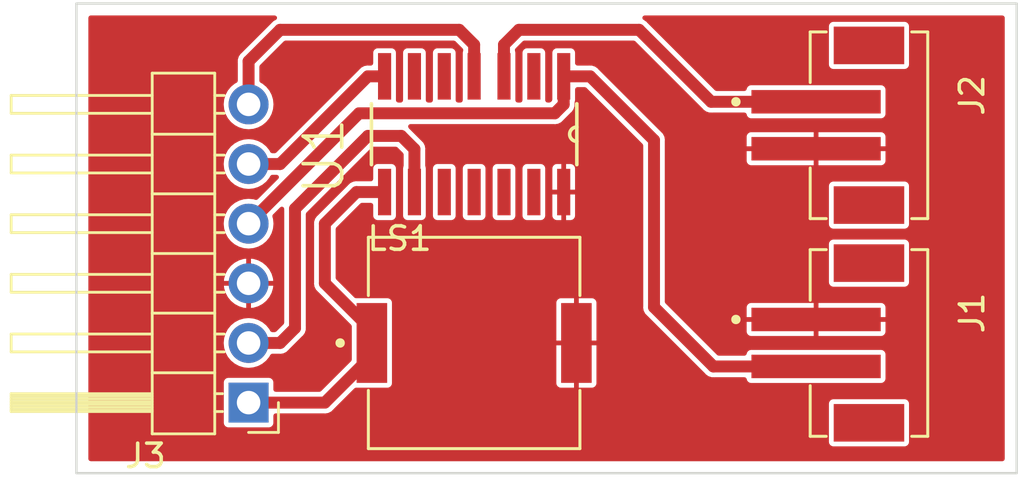
<source format=kicad_pcb>
(kicad_pcb (version 20221018) (generator pcbnew)
  (layers (0 "F.Cu" signal) (31 "B.Cu" signal) (44 "Edge.Cuts" user))
  (net 0 "")
  (net 1 "GND")
  (net 2 "/VCC")
  (net 3 "/M1")
  (net 4 "/MISO")
  (net 5 "/SCK")
  (net 6 "/MOSI")
  (net 7 "/RST")
  (net 9 "/LED1")
  (net 10 "/LED2")
  (net 14 "/AMB")
  (footprint "Connector_PinHeader_2.54mm:PinHeader_1x06_P2.54mm_Horizontal" (layer "F.Cu") (at 116.23 86.995 180)
    (fp_text reference "J3" (at 4.385 -2.27) (layer "F.SilkS"))
    (fp_text value "Conn_01x06_Pin")
    (fp_line (start -1.27 -1.27) (end 0 -1.27) (stroke (width 0.12)) (layer "F.SilkS"))
    (fp_line (start -1.27 0) (end -1.27 -1.27) (stroke (width 0.12)) (layer "F.SilkS"))
    (fp_line (start 1.042929 2.16) (end 1.44 2.16) (stroke (width 0.12)) (layer "F.SilkS"))
    (fp_line (start 1.042929 2.92) (end 1.44 2.92) (stroke (width 0.12)) (layer "F.SilkS"))
    (fp_line (start 1.042929 4.7) (end 1.44 4.7) (stroke (width 0.12)) (layer "F.SilkS"))
    (fp_line (start 1.042929 5.46) (end 1.44 5.46) (stroke (width 0.12)) (layer "F.SilkS"))
    (fp_line (start 1.042929 7.24) (end 1.44 7.24) (stroke (width 0.12)) (layer "F.SilkS"))
    (fp_line (start 1.042929 8) (end 1.44 8) (stroke (width 0.12)) (layer "F.SilkS"))
    (fp_line (start 1.042929 9.78) (end 1.44 9.78) (stroke (width 0.12)) (layer "F.SilkS"))
    (fp_line (start 1.042929 10.54) (end 1.44 10.54) (stroke (width 0.12)) (layer "F.SilkS"))
    (fp_line (start 1.042929 12.32) (end 1.44 12.32) (stroke (width 0.12)) (layer "F.SilkS"))
    (fp_line (start 1.042929 13.08) (end 1.44 13.08) (stroke (width 0.12)) (layer "F.SilkS"))
    (fp_line (start 1.11 -0.38) (end 1.44 -0.38) (stroke (width 0.12)) (layer "F.SilkS"))
    (fp_line (start 1.11 0.38) (end 1.44 0.38) (stroke (width 0.12)) (layer "F.SilkS"))
    (fp_line (start 1.44 -1.33) (end 1.44 14.03) (stroke (width 0.12)) (layer "F.SilkS"))
    (fp_line (start 1.44 1.27) (end 4.1 1.27) (stroke (width 0.12)) (layer "F.SilkS"))
    (fp_line (start 1.44 3.81) (end 4.1 3.81) (stroke (width 0.12)) (layer "F.SilkS"))
    (fp_line (start 1.44 6.35) (end 4.1 6.35) (stroke (width 0.12)) (layer "F.SilkS"))
    (fp_line (start 1.44 8.89) (end 4.1 8.89) (stroke (width 0.12)) (layer "F.SilkS"))
    (fp_line (start 1.44 11.43) (end 4.1 11.43) (stroke (width 0.12)) (layer "F.SilkS"))
    (fp_line (start 1.44 14.03) (end 4.1 14.03) (stroke (width 0.12)) (layer "F.SilkS"))
    (fp_line (start 4.1 -1.33) (end 1.44 -1.33) (stroke (width 0.12)) (layer "F.SilkS"))
    (fp_line (start 4.1 -0.38) (end 10.1 -0.38) (stroke (width 0.12)) (layer "F.SilkS"))
    (fp_line (start 4.1 -0.32) (end 10.1 -0.32) (stroke (width 0.12)) (layer "F.SilkS"))
    (fp_line (start 4.1 -0.2) (end 10.1 -0.2) (stroke (width 0.12)) (layer "F.SilkS"))
    (fp_line (start 4.1 -0.08) (end 10.1 -0.08) (stroke (width 0.12)) (layer "F.SilkS"))
    (fp_line (start 4.1 0.04) (end 10.1 0.04) (stroke (width 0.12)) (layer "F.SilkS"))
    (fp_line (start 4.1 0.16) (end 10.1 0.16) (stroke (width 0.12)) (layer "F.SilkS"))
    (fp_line (start 4.1 0.28) (end 10.1 0.28) (stroke (width 0.12)) (layer "F.SilkS"))
    (fp_line (start 4.1 2.16) (end 10.1 2.16) (stroke (width 0.12)) (layer "F.SilkS"))
    (fp_line (start 4.1 4.7) (end 10.1 4.7) (stroke (width 0.12)) (layer "F.SilkS"))
    (fp_line (start 4.1 7.24) (end 10.1 7.24) (stroke (width 0.12)) (layer "F.SilkS"))
    (fp_line (start 4.1 9.78) (end 10.1 9.78) (stroke (width 0.12)) (layer "F.SilkS"))
    (fp_line (start 4.1 12.32) (end 10.1 12.32) (stroke (width 0.12)) (layer "F.SilkS"))
    (fp_line (start 4.1 14.03) (end 4.1 -1.33) (stroke (width 0.12)) (layer "F.SilkS"))
    (fp_line (start 10.1 -0.38) (end 10.1 0.38) (stroke (width 0.12)) (layer "F.SilkS"))
    (fp_line (start 10.1 0.38) (end 4.1 0.38) (stroke (width 0.12)) (layer "F.SilkS"))
    (fp_line (start 10.1 2.16) (end 10.1 2.92) (stroke (width 0.12)) (layer "F.SilkS"))
    (fp_line (start 10.1 2.92) (end 4.1 2.92) (stroke (width 0.12)) (layer "F.SilkS"))
    (fp_line (start 10.1 4.7) (end 10.1 5.46) (stroke (width 0.12)) (layer "F.SilkS"))
    (fp_line (start 10.1 5.46) (end 4.1 5.46) (stroke (width 0.12)) (layer "F.SilkS"))
    (fp_line (start 10.1 7.24) (end 10.1 8) (stroke (width 0.12)) (layer "F.SilkS"))
    (fp_line (start 10.1 8) (end 4.1 8) (stroke (width 0.12)) (layer "F.SilkS"))
    (fp_line (start 10.1 9.78) (end 10.1 10.54) (stroke (width 0.12)) (layer "F.SilkS"))
    (fp_line (start 10.1 10.54) (end 4.1 10.54) (stroke (width 0.12)) (layer "F.SilkS"))
    (fp_line (start 10.1 12.32) (end 10.1 13.08) (stroke (width 0.12)) (layer "F.SilkS"))
    (fp_line (start 10.1 13.08) (end 4.1 13.08) (stroke (width 0.12)) (layer "F.SilkS"))
    (pad "1" thru_hole rect (at 0 0 180) (size 1.7 1.7) (drill 1) (layers "*.Cu" "*.Mask") (net 4 "/MISO"))
    (pad "2" thru_hole oval (at 0 2.54 180) (size 1.7 1.7) (drill 1) (layers "*.Cu" "*.Mask") (net 5 "/SCK"))
    (pad "3" thru_hole oval (at 0 5.08 180) (size 1.7 1.7) (drill 1) (layers "*.Cu" "*.Mask") (net 1 "GND"))
    (pad "4" thru_hole oval (at 0 7.62 180) (size 1.7 1.7) (drill 1) (layers "*.Cu" "*.Mask") (net 2 "/VCC"))
    (pad "5" thru_hole oval (at 0 10.16 180) (size 1.7 1.7) (drill 1) (layers "*.Cu" "*.Mask") (net 6 "/MOSI"))
    (pad "6" thru_hole oval (at 0 12.7 180) (size 1.7 1.7) (drill 1) (layers "*.Cu" "*.Mask") (net 7 "/RST"))
  )
  (footprint "Library:JST_B2B-PH-SM4-TB" (layer "F.Cu") (at 142.621 84.455 -90)
    (fp_text reference "J1" (at -1.275 -4.385 90) (layer "F.SilkS"))
    (fp_text value "B2B-PH-SM4-TB")
    (fp_line (start -3.975 -2.5) (end 3.975 -2.5) (stroke (width 0.127)) (layer "F.SilkS"))
    (fp_line (start -3.975 -1.82) (end -3.975 -2.5) (stroke (width 0.127)) (layer "F.SilkS"))
    (fp_line (start -3.975 2.5) (end -3.975 1.82) (stroke (width 0.127)) (layer "F.SilkS"))
    (fp_line (start -1.82 2.5) (end -3.975 2.5) (stroke (width 0.127)) (layer "F.SilkS"))
    (fp_line (start 3.975 -2.5) (end 3.975 -1.82) (stroke (width 0.127)) (layer "F.SilkS"))
    (fp_line (start 3.975 2.5) (end 1.82 2.5) (stroke (width 0.127)) (layer "F.SilkS"))
    (fp_line (start 3.975 2.5) (end 3.975 1.82) (stroke (width 0.127)) (layer "F.SilkS"))
    (fp_circle (center -1 5.66) (end -0.9 5.66) (stroke (width 0.2)) (fill none) (layer "F.SilkS"))
    (pad "1" smd rect (at -1 2.25 270) (size 1 5.5) (layers "F.Cu" "F.Paste" "F.Mask") (net 1 "GND"))
    (pad "2" smd rect (at 1 2.25 270) (size 1 5.5) (layers "F.Cu" "F.Paste" "F.Mask") (net 2 "/VCC"))
    (pad "S1" smd rect (at -3.4 0 270) (size 1.6 3) (layers "F.Cu" "F.Paste" "F.Mask"))
    (pad "S2" smd rect (at 3.4 0 270) (size 1.6 3) (layers "F.Cu" "F.Paste" "F.Mask"))
  )
  (footprint "Library:SOIC127P600X175-14N" (layer "F.Cu") (at 125.825 75.565 -90)
    (fp_text reference "U1" (at 0.941555 6.387375 90) (layer "F.SilkS") (effects (font (size 1.643079 1.643079))))
    (fp_text value "ATTINY84A-SSUR")
    (fp_line (start -1.2954 4.3688) (end 1.2954 4.3688) (stroke (width 0.1524)) (layer "F.SilkS"))
    (fp_line (start -0.3048 -4.3688) (end -1.2954 -4.3688) (stroke (width 0.1524)) (layer "F.SilkS"))
    (fp_line (start 0.3048 -4.3688) (end -0.3048 -4.3688) (stroke (width 0.1524)) (layer "F.SilkS"))
    (fp_line (start 1.2954 -4.3688) (end 0.3048 -4.3688) (stroke (width 0.1524)) (layer "F.SilkS"))
    (fp_arc (start 0.3048 -4.3688) (mid 0 -4.064) (end -0.3048 -4.3688) (stroke (width 0.1524)) (layer "F.SilkS"))
    (pad "1" smd rect (at -2.4638 -3.81 270) (size 1.9812 0.5588) (layers "F.Cu" "F.Paste" "F.Mask") (net 2 "/VCC"))
    (pad "2" smd rect (at -2.4638 -2.54 270) (size 1.9812 0.5588) (layers "F.Cu" "F.Paste" "F.Mask"))
    (pad "3" smd rect (at -2.4638 -1.27 270) (size 1.9812 0.5588) (layers "F.Cu" "F.Paste" "F.Mask") (net 3 "/M1"))
    (pad "4" smd rect (at -2.4638 0 270) (size 1.9812 0.5588) (layers "F.Cu" "F.Paste" "F.Mask") (net 7 "/RST"))
    (pad "5" smd rect (at -2.4638 1.27 270) (size 1.9812 0.5588) (layers "F.Cu" "F.Paste" "F.Mask") (net 9 "/LED1"))
    (pad "6" smd rect (at -2.4638 2.54 270) (size 1.9812 0.5588) (layers "F.Cu" "F.Paste" "F.Mask") (net 10 "/LED2"))
    (pad "7" smd rect (at -2.4638 3.81 270) (size 1.9812 0.5588) (layers "F.Cu" "F.Paste" "F.Mask") (net 6 "/MOSI"))
    (pad "8" smd rect (at 2.4638 3.81 270) (size 1.9812 0.5588) (layers "F.Cu" "F.Paste" "F.Mask") (net 4 "/MISO"))
    (pad "9" smd rect (at 2.4638 2.54 270) (size 1.9812 0.5588) (layers "F.Cu" "F.Paste" "F.Mask") (net 5 "/SCK"))
    (pad "10" smd rect (at 2.4638 1.27 270) (size 1.9812 0.5588) (layers "F.Cu" "F.Paste" "F.Mask"))
    (pad "11" smd rect (at 2.4638 0 270) (size 1.9812 0.5588) (layers "F.Cu" "F.Paste" "F.Mask"))
    (pad "12" smd rect (at 2.4638 -1.27 270) (size 1.9812 0.5588) (layers "F.Cu" "F.Paste" "F.Mask"))
    (pad "13" smd rect (at 2.4638 -2.54 270) (size 1.9812 0.5588) (layers "F.Cu" "F.Paste" "F.Mask") (net 14 "/AMB"))
    (pad "14" smd rect (at 2.4638 -3.81 270) (size 1.9812 0.5588) (layers "F.Cu" "F.Paste" "F.Mask") (net 1 "GND"))
  )
  (footprint "Library:SPKR_PKMCS0909E4000-R1" (layer "F.Cu") (at 125.825 84.455)
    (fp_text reference "LS1" (at -3.175 -4.445) (layer "F.SilkS"))
    (fp_text value "PKMCS0909E4000-R1")
    (fp_line (start -4.5 -4.5) (end 4.5 -4.5) (stroke (width 0.127)) (layer "F.SilkS"))
    (fp_line (start -4.5 -2.02) (end -4.5 -4.5) (stroke (width 0.127)) (layer "F.SilkS"))
    (fp_line (start -4.5 4.5) (end -4.5 2.02) (stroke (width 0.127)) (layer "F.SilkS"))
    (fp_line (start 4.5 -4.5) (end 4.5 -2.02) (stroke (width 0.127)) (layer "F.SilkS"))
    (fp_line (start 4.5 2.02) (end 4.5 4.5) (stroke (width 0.127)) (layer "F.SilkS"))
    (fp_line (start 4.5 4.5) (end -4.5 4.5) (stroke (width 0.127)) (layer "F.SilkS"))
    (fp_circle (center -5.7 0) (end -5.6 0) (stroke (width 0.2)) (fill none) (layer "F.SilkS"))
    (pad "1" smd rect (at -4.35 0) (size 1.3 3.4) (layers "F.Cu" "F.Paste" "F.Mask") (net 4 "/MISO"))
    (pad "2" smd rect (at 4.35 0) (size 1.3 3.4) (layers "F.Cu" "F.Paste" "F.Mask") (net 1 "GND"))
  )
  (footprint "Library:JST_B2B-PH-SM4-TB" (layer "F.Cu") (at 142.621 75.184 -90)
    (fp_text reference "J2" (at -1.275 -4.385 90) (layer "F.SilkS"))
    (fp_text value "B2B-PH-SM4-TB")
    (fp_line (start -3.975 -2.5) (end 3.975 -2.5) (stroke (width 0.127)) (layer "F.SilkS"))
    (fp_line (start -3.975 -1.82) (end -3.975 -2.5) (stroke (width 0.127)) (layer "F.SilkS"))
    (fp_line (start -3.975 2.5) (end -3.975 1.82) (stroke (width 0.127)) (layer "F.SilkS"))
    (fp_line (start -1.82 2.5) (end -3.975 2.5) (stroke (width 0.127)) (layer "F.SilkS"))
    (fp_line (start 3.975 -2.5) (end 3.975 -1.82) (stroke (width 0.127)) (layer "F.SilkS"))
    (fp_line (start 3.975 2.5) (end 1.82 2.5) (stroke (width 0.127)) (layer "F.SilkS"))
    (fp_line (start 3.975 2.5) (end 3.975 1.82) (stroke (width 0.127)) (layer "F.SilkS"))
    (fp_circle (center -1 5.66) (end -0.9 5.66) (stroke (width 0.2)) (fill none) (layer "F.SilkS"))
    (pad "1" smd rect (at -1 2.25 270) (size 1 5.5) (layers "F.Cu" "F.Paste" "F.Mask") (net 3 "/M1"))
    (pad "2" smd rect (at 1 2.25 270) (size 1 5.5) (layers "F.Cu" "F.Paste" "F.Mask") (net 1 "GND"))
    (pad "S1" smd rect (at -3.4 0 270) (size 1.6 3) (layers "F.Cu" "F.Paste" "F.Mask"))
    (pad "S2" smd rect (at 3.4 0 270) (size 1.6 3) (layers "F.Cu" "F.Paste" "F.Mask"))
  )
  (gr_rect (start 108.905 70) (end 148.905 90) (stroke (width 0.1)) (fill none) (layer "Edge.Cuts"))
  (segment (start 115.8725 81.5575) (end 116.23 81.915) (width 0.508) (layer "F.Cu") (net 1))
  (segment (start 129.254 74.676) (end 129.635 74.295) (width 0.508) (layer "F.Cu") (net 2))
  (segment (start 133.477 75.819) (end 133.477 82.931) (width 0.508) (layer "F.Cu") (net 2))
  (segment (start 129.635 74.295) (end 129.635 73.1012) (width 0.508) (layer "F.Cu") (net 2))
  (segment (start 129.635 73.1012) (end 130.7592 73.1012) (width 0.508) (layer "F.Cu") (net 2))
  (segment (start 120.929 74.676) (end 129.254 74.676) (width 0.508) (layer "F.Cu") (net 2))
  (segment (start 136.001 85.455) (end 140.371 85.455) (width 0.508) (layer "F.Cu") (net 2))
  (segment (start 116.23 79.375) (end 120.929 74.676) (width 0.508) (layer "F.Cu") (net 2))
  (segment (start 130.7592 73.1012) (end 133.477 75.819) (width 0.508) (layer "F.Cu") (net 2))
  (segment (start 133.477 82.931) (end 136.001 85.455) (width 0.508) (layer "F.Cu") (net 2))
  (segment (start 127.095 71.755) (end 127.73 71.12) (width 0.508) (layer "F.Cu") (net 3))
  (segment (start 127.095 73.1012) (end 127.095 71.755) (width 0.508) (layer "F.Cu") (net 3))
  (segment (start 127.73 71.12) (end 132.842 71.12) (width 0.508) (layer "F.Cu") (net 3))
  (segment (start 135.906 74.184) (end 140.371 74.184) (width 0.508) (layer "F.Cu") (net 3))
  (segment (start 132.842 71.12) (end 135.906 74.184) (width 0.508) (layer "F.Cu") (net 3))
  (segment (start 119.475 86.995) (end 121.475 84.995) (width 0.508) (layer "F.Cu") (net 4))
  (segment (start 121.475 83.915) (end 119.475 81.915) (width 0.508) (layer "F.Cu") (net 4))
  (segment (start 116.23 86.995) (end 119.475 86.995) (width 0.508) (layer "F.Cu") (net 4))
  (segment (start 121.475 84.455) (end 121.475 83.915) (width 0.508) (layer "F.Cu") (net 4))
  (segment (start 120.8212 78.0288) (end 122.015 78.0288) (width 0.508) (layer "F.Cu") (net 4))
  (segment (start 119.475 81.915) (end 119.475 79.375) (width 0.508) (layer "F.Cu") (net 4))
  (segment (start 121.475 84.995) (end 121.475 84.455) (width 0.508) (layer "F.Cu") (net 4))
  (segment (start 119.475 79.375) (end 120.8212 78.0288) (width 0.508) (layer "F.Cu") (net 4))
  (segment (start 117.57 84.455) (end 118.205 83.82) (width 0.508) (layer "F.Cu") (net 5))
  (segment (start 118.205 83.82) (end 118.205 78.74) (width 0.508) (layer "F.Cu") (net 5))
  (segment (start 123.285 76.2) (end 123.285 78.0288) (width 0.508) (layer "F.Cu") (net 5))
  (segment (start 118.205 78.74) (end 121.307 75.638) (width 0.508) (layer "F.Cu") (net 5))
  (segment (start 121.307 75.638) (end 122.723 75.638) (width 0.508) (layer "F.Cu") (net 5))
  (segment (start 122.723 75.638) (end 123.285 76.2) (width 0.508) (layer "F.Cu") (net 5))
  (segment (start 116.23 84.455) (end 117.57 84.455) (width 0.508) (layer "F.Cu") (net 5))
  (segment (start 117.57 76.835) (end 121.3038 73.1012) (width 0.508) (layer "F.Cu") (net 6))
  (segment (start 116.23 76.835) (end 117.57 76.835) (width 0.508) (layer "F.Cu") (net 6))
  (segment (start 121.3038 73.1012) (end 122.015 73.1012) (width 0.508) (layer "F.Cu") (net 6))
  (segment (start 117.57 71.12) (end 125.19 71.12) (width 0.508) (layer "F.Cu") (net 7))
  (segment (start 116.23 74.295) (end 116.23 72.46) (width 0.508) (layer "F.Cu") (net 7))
  (segment (start 116.23 72.46) (end 117.57 71.12) (width 0.508) (layer "F.Cu") (net 7))
  (segment (start 125.19 71.12) (end 125.825 71.755) (width 0.508) (layer "F.Cu") (net 7))
  (segment (start 125.825 71.755) (end 125.825 73.1012) (width 0.508) (layer "F.Cu") (net 7))
  (zone (net 1) (net_name "GND") (layer "F.Cu") (connect_pads (clearance 0.2032)) (min_thickness 0.2032) (fill yes (thermal_gap 0.2032) (thermal_bridge_width 0.2032))
    (polygon (pts (xy 108.585 69.85) (xy 149.225 69.85) (xy 149.225 90.17) (xy 108.585 90.17)))
  )
)
</source>
